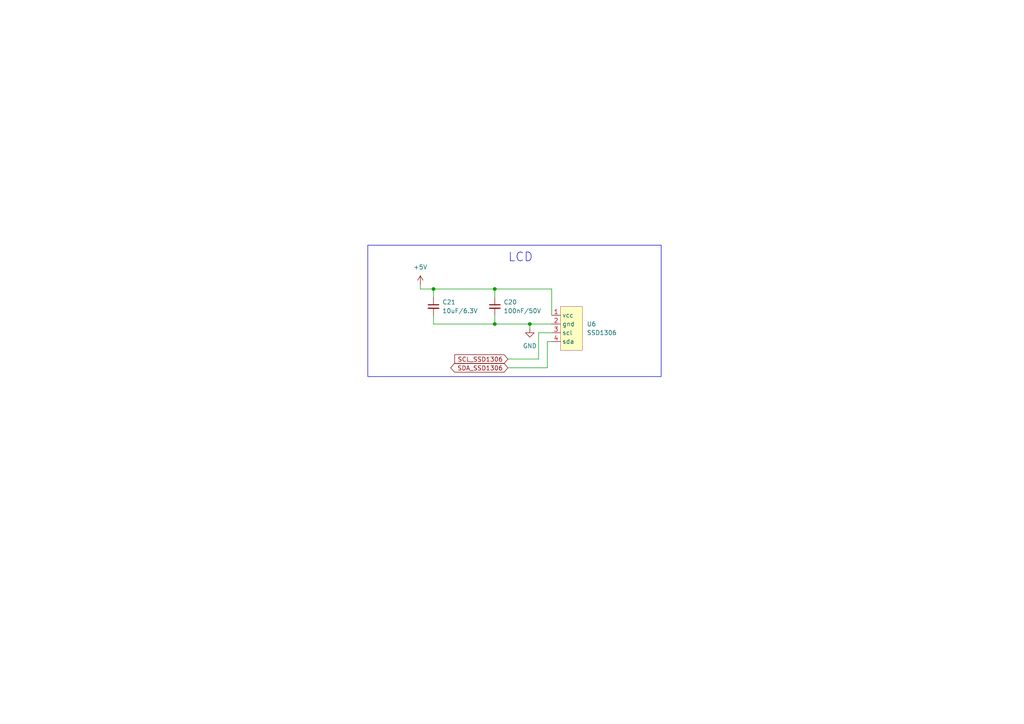
<source format=kicad_sch>
(kicad_sch (version 20230121) (generator eeschema)

  (uuid 02661d9a-a068-4abf-958c-838074567750)

  (paper "A4")

  (lib_symbols
    (symbol "Device:C_Small" (pin_numbers hide) (pin_names (offset 0.254) hide) (in_bom yes) (on_board yes)
      (property "Reference" "C" (at 0.254 1.778 0)
        (effects (font (size 1.27 1.27)) (justify left))
      )
      (property "Value" "C_Small" (at 0.254 -2.032 0)
        (effects (font (size 1.27 1.27)) (justify left))
      )
      (property "Footprint" "" (at 0 0 0)
        (effects (font (size 1.27 1.27)) hide)
      )
      (property "Datasheet" "~" (at 0 0 0)
        (effects (font (size 1.27 1.27)) hide)
      )
      (property "ki_keywords" "capacitor cap" (at 0 0 0)
        (effects (font (size 1.27 1.27)) hide)
      )
      (property "ki_description" "Unpolarized capacitor, small symbol" (at 0 0 0)
        (effects (font (size 1.27 1.27)) hide)
      )
      (property "ki_fp_filters" "C_*" (at 0 0 0)
        (effects (font (size 1.27 1.27)) hide)
      )
      (symbol "C_Small_0_1"
        (polyline
          (pts
            (xy -1.524 -0.508)
            (xy 1.524 -0.508)
          )
          (stroke (width 0.3302) (type default))
          (fill (type none))
        )
        (polyline
          (pts
            (xy -1.524 0.508)
            (xy 1.524 0.508)
          )
          (stroke (width 0.3048) (type default))
          (fill (type none))
        )
      )
      (symbol "C_Small_1_1"
        (pin passive line (at 0 2.54 270) (length 2.032)
          (name "~" (effects (font (size 1.27 1.27))))
          (number "1" (effects (font (size 1.27 1.27))))
        )
        (pin passive line (at 0 -2.54 90) (length 2.032)
          (name "~" (effects (font (size 1.27 1.27))))
          (number "2" (effects (font (size 1.27 1.27))))
        )
      )
    )
    (symbol "power:+5V" (power) (pin_names (offset 0)) (in_bom yes) (on_board yes)
      (property "Reference" "#PWR" (at 0 -3.81 0)
        (effects (font (size 1.27 1.27)) hide)
      )
      (property "Value" "+5V" (at 0 3.556 0)
        (effects (font (size 1.27 1.27)))
      )
      (property "Footprint" "" (at 0 0 0)
        (effects (font (size 1.27 1.27)) hide)
      )
      (property "Datasheet" "" (at 0 0 0)
        (effects (font (size 1.27 1.27)) hide)
      )
      (property "ki_keywords" "global power" (at 0 0 0)
        (effects (font (size 1.27 1.27)) hide)
      )
      (property "ki_description" "Power symbol creates a global label with name \"+5V\"" (at 0 0 0)
        (effects (font (size 1.27 1.27)) hide)
      )
      (symbol "+5V_0_1"
        (polyline
          (pts
            (xy -0.762 1.27)
            (xy 0 2.54)
          )
          (stroke (width 0) (type default))
          (fill (type none))
        )
        (polyline
          (pts
            (xy 0 0)
            (xy 0 2.54)
          )
          (stroke (width 0) (type default))
          (fill (type none))
        )
        (polyline
          (pts
            (xy 0 2.54)
            (xy 0.762 1.27)
          )
          (stroke (width 0) (type default))
          (fill (type none))
        )
      )
      (symbol "+5V_1_1"
        (pin power_in line (at 0 0 90) (length 0) hide
          (name "+5V" (effects (font (size 1.27 1.27))))
          (number "1" (effects (font (size 1.27 1.27))))
        )
      )
    )
    (symbol "power:GND" (power) (pin_names (offset 0)) (in_bom yes) (on_board yes)
      (property "Reference" "#PWR" (at 0 -6.35 0)
        (effects (font (size 1.27 1.27)) hide)
      )
      (property "Value" "GND" (at 0 -3.81 0)
        (effects (font (size 1.27 1.27)))
      )
      (property "Footprint" "" (at 0 0 0)
        (effects (font (size 1.27 1.27)) hide)
      )
      (property "Datasheet" "" (at 0 0 0)
        (effects (font (size 1.27 1.27)) hide)
      )
      (property "ki_keywords" "global power" (at 0 0 0)
        (effects (font (size 1.27 1.27)) hide)
      )
      (property "ki_description" "Power symbol creates a global label with name \"GND\" , ground" (at 0 0 0)
        (effects (font (size 1.27 1.27)) hide)
      )
      (symbol "GND_0_1"
        (polyline
          (pts
            (xy 0 0)
            (xy 0 -1.27)
            (xy 1.27 -1.27)
            (xy 0 -2.54)
            (xy -1.27 -1.27)
            (xy 0 -1.27)
          )
          (stroke (width 0) (type default))
          (fill (type none))
        )
      )
      (symbol "GND_1_1"
        (pin power_in line (at 0 0 270) (length 0) hide
          (name "GND" (effects (font (size 1.27 1.27))))
          (number "1" (effects (font (size 1.27 1.27))))
        )
      )
    )
    (symbol "ssd1306_module_i2c:SSD1306" (in_bom yes) (on_board yes)
      (property "Reference" "U" (at -5.08 7.62 0)
        (effects (font (size 1.27 1.27)))
      )
      (property "Value" "SSD1306" (at 2.54 7.62 0)
        (effects (font (size 1.27 1.27)))
      )
      (property "Footprint" "SSD1306_I2C:SSD1306" (at -1.27 0 0)
        (effects (font (size 1.27 1.27)) hide)
      )
      (property "Datasheet" "" (at -3.81 5.08 0)
        (effects (font (size 1.27 1.27)) hide)
      )
      (property "Description" "LCD OLED SSD1306 0.96inch 128x64" (at 0 0 0)
        (effects (font (size 1.27 1.27)) hide)
      )
      (property "URL" "https://www.thegioiic.com/lcd-oled-ssd1306-0-96inch-128x64-chu-trang-4-chan-giao-tiep-iic" (at 0 0 0)
        (effects (font (size 1.27 1.27)) hide)
      )
      (symbol "SSD1306_1_1"
        (rectangle (start -6.35 6.35) (end 6.35 0)
          (stroke (width 0.0254) (type default))
          (fill (type background))
        )
        (pin input line (at -3.81 -2.54 90) (length 2.54)
          (name "vcc" (effects (font (size 1.27 1.27))))
          (number "1" (effects (font (size 1.27 1.27))))
        )
        (pin input line (at -1.27 -2.54 90) (length 2.54)
          (name "gnd" (effects (font (size 1.27 1.27))))
          (number "2" (effects (font (size 1.27 1.27))))
        )
        (pin input line (at 1.27 -2.54 90) (length 2.54)
          (name "scl" (effects (font (size 1.27 1.27))))
          (number "3" (effects (font (size 1.27 1.27))))
        )
        (pin bidirectional line (at 3.81 -2.54 90) (length 2.54)
          (name "sda" (effects (font (size 1.27 1.27))))
          (number "4" (effects (font (size 1.27 1.27))))
        )
      )
    )
  )

  (junction (at 143.51 83.82) (diameter 0) (color 0 0 0 0)
    (uuid 8c9f23e5-1823-424f-8213-8d95670726e2)
  )
  (junction (at 153.67 93.98) (diameter 0) (color 0 0 0 0)
    (uuid d25ea5c5-7c52-49c0-a3d5-217c23fb4509)
  )
  (junction (at 125.73 83.82) (diameter 0) (color 0 0 0 0)
    (uuid d48864d0-5a66-4fee-8e43-86e2fcdcb233)
  )
  (junction (at 143.51 93.98) (diameter 0) (color 0 0 0 0)
    (uuid e99e594f-44db-414c-ba23-853012e3a573)
  )

  (wire (pts (xy 125.73 91.44) (xy 125.73 93.98))
    (stroke (width 0) (type default))
    (uuid 151b14d1-b680-4dad-9a6d-01cc21ab49ab)
  )
  (wire (pts (xy 147.32 104.14) (xy 156.21 104.14))
    (stroke (width 0) (type default))
    (uuid 187ab234-670e-42e5-9b11-1abcdc11b0bb)
  )
  (wire (pts (xy 147.32 106.68) (xy 158.75 106.68))
    (stroke (width 0) (type default))
    (uuid 34dcb4fb-b695-4ae0-bee6-87eeca73cf0a)
  )
  (wire (pts (xy 156.21 96.52) (xy 156.21 104.14))
    (stroke (width 0) (type default))
    (uuid 432bbf55-caee-4a39-8219-2bf740e476e1)
  )
  (wire (pts (xy 125.73 93.98) (xy 143.51 93.98))
    (stroke (width 0) (type default))
    (uuid 56e7eb1d-9374-47df-9f05-5068113f24ec)
  )
  (wire (pts (xy 153.67 95.25) (xy 153.67 93.98))
    (stroke (width 0) (type default))
    (uuid 5ba1df41-5d88-4108-a6d0-9a04eb3b5b9d)
  )
  (wire (pts (xy 143.51 86.36) (xy 143.51 83.82))
    (stroke (width 0) (type default))
    (uuid 624635d0-dbab-4c15-ae77-b993e63038c5)
  )
  (wire (pts (xy 121.92 83.82) (xy 125.73 83.82))
    (stroke (width 0) (type default))
    (uuid 71f3ae9c-4fa6-4383-a524-954562ac08af)
  )
  (wire (pts (xy 153.67 93.98) (xy 160.02 93.98))
    (stroke (width 0) (type default))
    (uuid 79a86b88-22cc-4970-97d2-95e601ad5864)
  )
  (wire (pts (xy 125.73 83.82) (xy 125.73 86.36))
    (stroke (width 0) (type default))
    (uuid 934406c5-c4ca-4b5a-8d57-fca128bbe03d)
  )
  (wire (pts (xy 143.51 93.98) (xy 153.67 93.98))
    (stroke (width 0) (type default))
    (uuid 9c99aed6-8b40-48f0-b42d-1a435cd807ad)
  )
  (wire (pts (xy 160.02 96.52) (xy 156.21 96.52))
    (stroke (width 0) (type default))
    (uuid 9ce4145f-17b4-40f1-a913-27f59541d224)
  )
  (wire (pts (xy 158.75 99.06) (xy 158.75 106.68))
    (stroke (width 0) (type default))
    (uuid b173698a-5265-4cd8-b811-dac1740a7af3)
  )
  (wire (pts (xy 125.73 83.82) (xy 143.51 83.82))
    (stroke (width 0) (type default))
    (uuid b2a0a30e-d6bc-410b-9b1d-b59cf20b25af)
  )
  (wire (pts (xy 121.92 82.55) (xy 121.92 83.82))
    (stroke (width 0) (type default))
    (uuid b379b78b-9667-49e9-bed6-d4f3217e24e5)
  )
  (wire (pts (xy 160.02 83.82) (xy 160.02 91.44))
    (stroke (width 0) (type default))
    (uuid bf7d3c70-9088-4a32-90b2-45fe3e386aa7)
  )
  (wire (pts (xy 158.75 99.06) (xy 160.02 99.06))
    (stroke (width 0) (type default))
    (uuid cad4a2ca-db0c-4759-835b-f130d91c7902)
  )
  (wire (pts (xy 143.51 91.44) (xy 143.51 93.98))
    (stroke (width 0) (type default))
    (uuid cf963440-e1e2-4373-8ebd-b2a2f7dae236)
  )
  (wire (pts (xy 143.51 83.82) (xy 160.02 83.82))
    (stroke (width 0) (type default))
    (uuid fecb49f8-ac28-4e15-8147-2eb93dc4125e)
  )

  (rectangle (start 106.68 71.12) (end 191.77 109.22)
    (stroke (width 0) (type default))
    (fill (type none))
    (uuid 68632588-7069-4176-990e-a8ed71e4390f)
  )

  (text "LCD\n" (at 147.32 76.2 0)
    (effects (font (size 2.54 2.54)) (justify left bottom))
    (uuid 80d4c05d-6b5c-4a5d-9d00-71e100bfd03c)
  )

  (global_label "SCL_SSD1306" (shape input) (at 147.32 104.14 180) (fields_autoplaced)
    (effects (font (size 1.27 1.27)) (justify right))
    (uuid c14d02b5-6891-456a-becb-b5712086eb3d)
    (property "Intersheetrefs" "${INTERSHEET_REFS}" (at 131.3326 104.14 0)
      (effects (font (size 1.27 1.27)) (justify right) hide)
    )
  )
  (global_label "SDA_SSD1306" (shape bidirectional) (at 147.32 106.68 180) (fields_autoplaced)
    (effects (font (size 1.27 1.27)) (justify right))
    (uuid cc3b98a5-769c-4bc5-976b-7c3e763fb063)
    (property "Intersheetrefs" "${INTERSHEET_REFS}" (at 130.1608 106.68 0)
      (effects (font (size 1.27 1.27)) (justify right) hide)
    )
  )

  (symbol (lib_id "ssd1306_module_i2c:SSD1306") (at 162.56 95.25 270) (unit 1)
    (in_bom yes) (on_board yes) (dnp no) (fields_autoplaced)
    (uuid 49e55e19-f77e-49b6-a553-0ac91beb925a)
    (property "Reference" "U6" (at 170.18 93.98 90)
      (effects (font (size 1.27 1.27)) (justify left))
    )
    (property "Value" "SSD1306" (at 170.18 96.52 90)
      (effects (font (size 1.27 1.27)) (justify left))
    )
    (property "Footprint" "SSD1306_I2C:SSD1306" (at 162.56 93.98 0)
      (effects (font (size 1.27 1.27)) hide)
    )
    (property "Datasheet" "" (at 167.64 91.44 0)
      (effects (font (size 1.27 1.27)) hide)
    )
    (property "Description" "LCD OLED SSD1306 0.96inch 128x64" (at 162.56 95.25 0)
      (effects (font (size 1.27 1.27)) hide)
    )
    (property "URL" "https://www.thegioiic.com/lcd-oled-ssd1306-0-96inch-128x64-chu-trang-4-chan-giao-tiep-iic" (at 162.56 95.25 0)
      (effects (font (size 1.27 1.27)) hide)
    )
    (pin "1" (uuid d528322e-eac5-4074-a5c9-5f8991cc306d))
    (pin "2" (uuid 72fa3a6f-7c82-4190-b733-1b6968dada80))
    (pin "3" (uuid fae0f675-ce81-4f22-a818-2368b7e3d9c1))
    (pin "4" (uuid 69d88350-a96c-4fd2-ae40-8506c7b25f6d))
    (instances
      (project "Brightness_Meter_TB"
        (path "/e486bb10-2d63-468d-9bd4-f5a3f160d98c/ae20f413-31c8-458f-b3c1-3b441a812626"
          (reference "U6") (unit 1)
        )
      )
      (project "Brightness_Meter"
        (path "/f7cc1c24-a210-4fa3-a52b-f1d84e501e31/ab0de2ed-6637-4354-a1fc-796bfac97bc8"
          (reference "U5") (unit 1)
        )
      )
    )
  )

  (symbol (lib_id "power:+5V") (at 121.92 82.55 0) (unit 1)
    (in_bom yes) (on_board yes) (dnp no) (fields_autoplaced)
    (uuid 71fa595f-9104-4eed-bc2a-2926ec5bb4bd)
    (property "Reference" "#PWR024" (at 121.92 86.36 0)
      (effects (font (size 1.27 1.27)) hide)
    )
    (property "Value" "+5V" (at 121.92 77.47 0)
      (effects (font (size 1.27 1.27)))
    )
    (property "Footprint" "" (at 121.92 82.55 0)
      (effects (font (size 1.27 1.27)) hide)
    )
    (property "Datasheet" "" (at 121.92 82.55 0)
      (effects (font (size 1.27 1.27)) hide)
    )
    (pin "1" (uuid 8204560f-e60e-497a-9c41-9ebdfe31bc07))
    (instances
      (project "Brightness_Meter_TB"
        (path "/e486bb10-2d63-468d-9bd4-f5a3f160d98c/ae20f413-31c8-458f-b3c1-3b441a812626"
          (reference "#PWR024") (unit 1)
        )
      )
      (project "Brightness_Meter"
        (path "/f7cc1c24-a210-4fa3-a52b-f1d84e501e31/ab0de2ed-6637-4354-a1fc-796bfac97bc8"
          (reference "#PWR017") (unit 1)
        )
      )
    )
  )

  (symbol (lib_id "Device:C_Small") (at 125.73 88.9 0) (unit 1)
    (in_bom yes) (on_board yes) (dnp no) (fields_autoplaced)
    (uuid a28ce10a-e90b-464e-8b36-f18908e7a539)
    (property "Reference" "C21" (at 128.27 87.6363 0)
      (effects (font (size 1.27 1.27)) (justify left))
    )
    (property "Value" "10uF/6.3V" (at 128.27 90.1763 0)
      (effects (font (size 1.27 1.27)) (justify left))
    )
    (property "Footprint" "Capacitor_SMD:C_0805_2012Metric_Pad1.18x1.45mm_HandSolder" (at 125.73 88.9 0)
      (effects (font (size 1.27 1.27)) hide)
    )
    (property "Datasheet" "~" (at 125.73 88.9 0)
      (effects (font (size 1.27 1.27)) hide)
    )
    (property "URL" "https://www.thegioiic.com/tu-gom-0805-10uf-6-3v" (at 125.73 88.9 0)
      (effects (font (size 1.27 1.27)) hide)
    )
    (pin "1" (uuid 4848c843-24c9-4e3e-be54-c5434d0087f1))
    (pin "2" (uuid 5dc1a20f-e71e-4064-8386-05e26084e8c2))
    (instances
      (project "Brightness_Meter_TB"
        (path "/e486bb10-2d63-468d-9bd4-f5a3f160d98c/ae20f413-31c8-458f-b3c1-3b441a812626"
          (reference "C21") (unit 1)
        )
      )
      (project "Brightness_Meter"
        (path "/f7cc1c24-a210-4fa3-a52b-f1d84e501e31/0dfa2039-b238-4efb-bfd4-eadfb986a7b5"
          (reference "C16") (unit 1)
        )
        (path "/f7cc1c24-a210-4fa3-a52b-f1d84e501e31/290a832f-b788-4d59-9a7b-fef286f8a5e3"
          (reference "C24") (unit 1)
        )
        (path "/f7cc1c24-a210-4fa3-a52b-f1d84e501e31/5a3a8fd1-e4fe-4d9a-9c54-1c080d472344"
          (reference "C31") (unit 1)
        )
        (path "/f7cc1c24-a210-4fa3-a52b-f1d84e501e31/ab0de2ed-6637-4354-a1fc-796bfac97bc8"
          (reference "C53") (unit 1)
        )
      )
    )
  )

  (symbol (lib_id "Device:C_Small") (at 143.51 88.9 0) (unit 1)
    (in_bom yes) (on_board yes) (dnp no) (fields_autoplaced)
    (uuid dffba556-47e8-41d8-8ab2-5c05d8511d33)
    (property "Reference" "C20" (at 146.05 87.6363 0)
      (effects (font (size 1.27 1.27)) (justify left))
    )
    (property "Value" "100nF/50V" (at 146.05 90.1763 0)
      (effects (font (size 1.27 1.27)) (justify left))
    )
    (property "Footprint" "Capacitor_SMD:C_0805_2012Metric_Pad1.18x1.45mm_HandSolder" (at 143.51 88.9 0)
      (effects (font (size 1.27 1.27)) hide)
    )
    (property "Datasheet" "~" (at 143.51 88.9 0)
      (effects (font (size 1.27 1.27)) hide)
    )
    (property "URL" "https://www.thegioiic.com/tu-gom-0805-100nf-0-1uf-50v" (at 143.51 88.9 0)
      (effects (font (size 1.27 1.27)) hide)
    )
    (pin "1" (uuid 27064657-751f-4acf-a7c0-960fdec2d22b))
    (pin "2" (uuid 28c75046-6972-49dc-95b7-342dc50472ad))
    (instances
      (project "Brightness_Meter_TB"
        (path "/e486bb10-2d63-468d-9bd4-f5a3f160d98c/ae20f413-31c8-458f-b3c1-3b441a812626"
          (reference "C20") (unit 1)
        )
      )
      (project "Brightness_Meter"
        (path "/f7cc1c24-a210-4fa3-a52b-f1d84e501e31/0dfa2039-b238-4efb-bfd4-eadfb986a7b5"
          (reference "C16") (unit 1)
        )
        (path "/f7cc1c24-a210-4fa3-a52b-f1d84e501e31/290a832f-b788-4d59-9a7b-fef286f8a5e3"
          (reference "C19") (unit 1)
        )
        (path "/f7cc1c24-a210-4fa3-a52b-f1d84e501e31/5a3a8fd1-e4fe-4d9a-9c54-1c080d472344"
          (reference "C34") (unit 1)
        )
        (path "/f7cc1c24-a210-4fa3-a52b-f1d84e501e31/ab0de2ed-6637-4354-a1fc-796bfac97bc8"
          (reference "C54") (unit 1)
        )
      )
    )
  )

  (symbol (lib_id "power:GND") (at 153.67 95.25 0) (unit 1)
    (in_bom yes) (on_board yes) (dnp no) (fields_autoplaced)
    (uuid fea3c4bb-b58b-42f7-bc75-540fe0d7f1a2)
    (property "Reference" "#PWR025" (at 153.67 101.6 0)
      (effects (font (size 1.27 1.27)) hide)
    )
    (property "Value" "GND" (at 153.67 100.33 0)
      (effects (font (size 1.27 1.27)))
    )
    (property "Footprint" "" (at 153.67 95.25 0)
      (effects (font (size 1.27 1.27)) hide)
    )
    (property "Datasheet" "" (at 153.67 95.25 0)
      (effects (font (size 1.27 1.27)) hide)
    )
    (pin "1" (uuid 87459dc3-ddf4-43ce-b7e1-2004b2c504cc))
    (instances
      (project "Brightness_Meter_TB"
        (path "/e486bb10-2d63-468d-9bd4-f5a3f160d98c/ae20f413-31c8-458f-b3c1-3b441a812626"
          (reference "#PWR025") (unit 1)
        )
      )
      (project "Brightness_Meter"
        (path "/f7cc1c24-a210-4fa3-a52b-f1d84e501e31/ab0de2ed-6637-4354-a1fc-796bfac97bc8"
          (reference "#PWR018") (unit 1)
        )
      )
    )
  )
)

</source>
